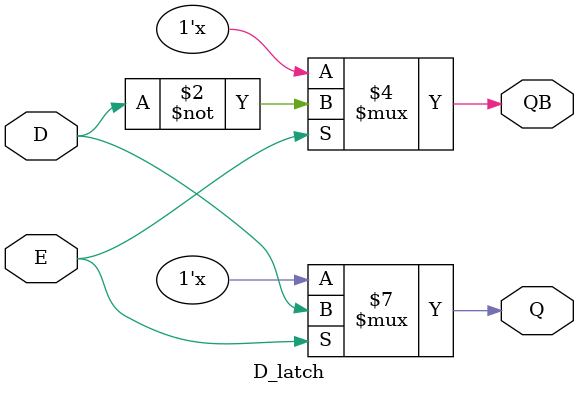
<source format=v>
`timescale 1ns / 1ps


module D_latch(Q,QB,D,E);
input D,E;
output reg Q,QB;
always @(D,E) begin
if(E) begin
    Q = D;
    QB = ~Q;
end
else begin
    Q = Q;
    QB = QB;
end
end
endmodule

</source>
